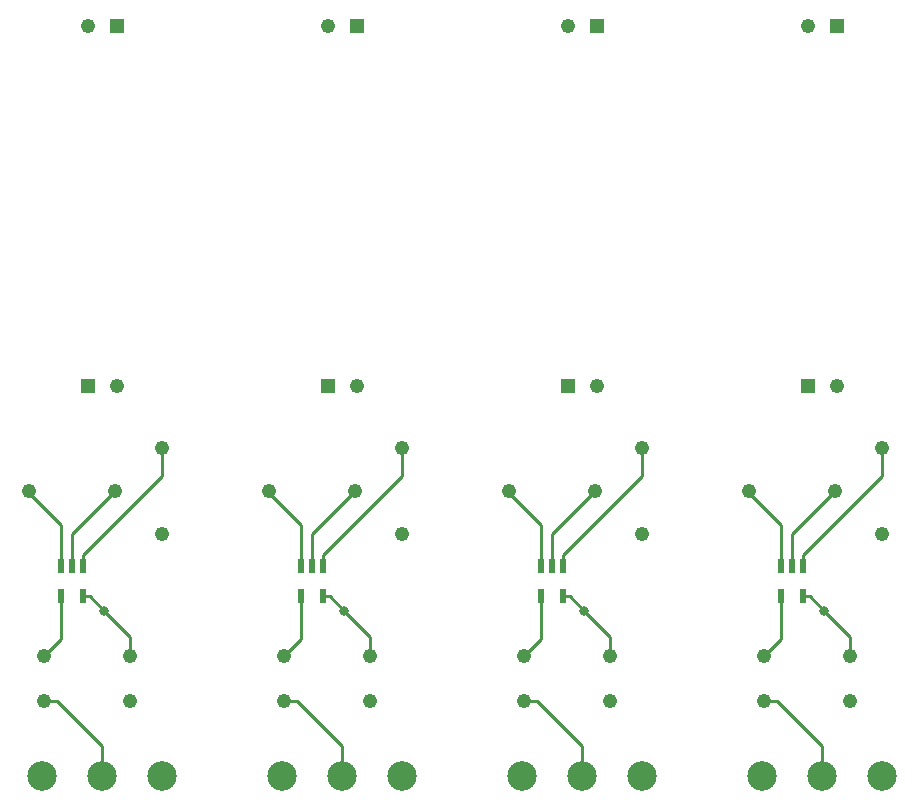
<source format=gbr>
G04 #@! TF.GenerationSoftware,KiCad,Pcbnew,5.1.5-52549c5~86~ubuntu16.04.1*
G04 #@! TF.CreationDate,2020-04-18T11:50:37-06:00*
G04 #@! TF.ProjectId,M_OpDetect,4d5f4f70-4465-4746-9563-742e6b696361,rev?*
G04 #@! TF.SameCoordinates,Original*
G04 #@! TF.FileFunction,Copper,L1,Top*
G04 #@! TF.FilePolarity,Positive*
%FSLAX46Y46*%
G04 Gerber Fmt 4.6, Leading zero omitted, Abs format (unit mm)*
G04 Created by KiCad (PCBNEW 5.1.5-52549c5~86~ubuntu16.04.1) date 2020-04-18 11:50:37*
%MOMM*%
%LPD*%
G04 APERTURE LIST*
%ADD10C,1.238000*%
%ADD11R,1.230000X1.230000*%
%ADD12C,1.230000*%
%ADD13R,0.558800X1.270000*%
%ADD14C,2.499360*%
%ADD15C,0.800000*%
%ADD16C,0.250000*%
G04 APERTURE END LIST*
D10*
X144780000Y-101440000D03*
X144780000Y-94140000D03*
X134780000Y-111760000D03*
X142080000Y-111760000D03*
D11*
X140950000Y-58420000D03*
D12*
X138450000Y-58420000D03*
D10*
X140810000Y-97790000D03*
X133510000Y-97790000D03*
D11*
X138450000Y-88900000D03*
D12*
X140950000Y-88900000D03*
D13*
X138099800Y-104114600D03*
X137160000Y-104114600D03*
X136220200Y-104114600D03*
X136220200Y-106705400D03*
X138099800Y-106705400D03*
D14*
X144780000Y-121920000D03*
X134620000Y-121920000D03*
X139700000Y-121920000D03*
D10*
X142080000Y-115570000D03*
X134780000Y-115570000D03*
X165100000Y-101440000D03*
X165100000Y-94140000D03*
X155100000Y-111760000D03*
X162400000Y-111760000D03*
D11*
X161270000Y-58420000D03*
D12*
X158770000Y-58420000D03*
D10*
X161130000Y-97790000D03*
X153830000Y-97790000D03*
D11*
X158770000Y-88900000D03*
D12*
X161270000Y-88900000D03*
D13*
X158419800Y-104114600D03*
X157480000Y-104114600D03*
X156540200Y-104114600D03*
X156540200Y-106705400D03*
X158419800Y-106705400D03*
D14*
X165100000Y-121920000D03*
X154940000Y-121920000D03*
X160020000Y-121920000D03*
D10*
X162400000Y-115570000D03*
X155100000Y-115570000D03*
X185420000Y-101440000D03*
X185420000Y-94140000D03*
X175420000Y-111760000D03*
X182720000Y-111760000D03*
D11*
X181590000Y-58420000D03*
D12*
X179090000Y-58420000D03*
D10*
X181450000Y-97790000D03*
X174150000Y-97790000D03*
D11*
X179090000Y-88900000D03*
D12*
X181590000Y-88900000D03*
D13*
X178739800Y-104114600D03*
X177800000Y-104114600D03*
X176860200Y-104114600D03*
X176860200Y-106705400D03*
X178739800Y-106705400D03*
D14*
X185420000Y-121920000D03*
X175260000Y-121920000D03*
X180340000Y-121920000D03*
D10*
X182720000Y-115570000D03*
X175420000Y-115570000D03*
X205740000Y-101440000D03*
X205740000Y-94140000D03*
X195740000Y-111760000D03*
X203040000Y-111760000D03*
D11*
X201910000Y-58420000D03*
D12*
X199410000Y-58420000D03*
D10*
X201770000Y-97790000D03*
X194470000Y-97790000D03*
D11*
X199410000Y-88900000D03*
D12*
X201910000Y-88900000D03*
D13*
X199059800Y-104114600D03*
X198120000Y-104114600D03*
X197180200Y-104114600D03*
X197180200Y-106705400D03*
X199059800Y-106705400D03*
D14*
X205740000Y-121920000D03*
X195580000Y-121920000D03*
X200660000Y-121920000D03*
D10*
X203040000Y-115570000D03*
X195740000Y-115570000D03*
D15*
X200833800Y-107950000D03*
X180513800Y-107950000D03*
X160193800Y-107950000D03*
X139873800Y-107950000D03*
D16*
X197180200Y-100660200D02*
X194310000Y-97790000D01*
X197180200Y-104114600D02*
X197180200Y-100660200D01*
X198120000Y-101440000D02*
X201770000Y-97790000D01*
X198120000Y-104114600D02*
X198120000Y-101440000D01*
X199059800Y-103229600D02*
X199059800Y-104114600D01*
X205740000Y-94140000D02*
X205740000Y-96520000D01*
X199059800Y-103200200D02*
X199059800Y-104114600D01*
X205740000Y-96520000D02*
X199059800Y-103200200D01*
X203040000Y-110156200D02*
X200833800Y-107950000D01*
X200833800Y-107950000D02*
X199589200Y-106705400D01*
X199589200Y-106705400D02*
X199059800Y-106705400D01*
X203040000Y-111760000D02*
X203040000Y-110156200D01*
X200660000Y-119380000D02*
X200660000Y-121920000D01*
X196850000Y-115570000D02*
X200660000Y-119380000D01*
X195740000Y-115570000D02*
X196850000Y-115570000D01*
X197180200Y-110319800D02*
X195740000Y-111760000D01*
X197180200Y-106705400D02*
X197180200Y-110319800D01*
X176860200Y-100660200D02*
X173990000Y-97790000D01*
X176860200Y-104114600D02*
X176860200Y-100660200D01*
X177800000Y-101440000D02*
X181450000Y-97790000D01*
X177800000Y-104114600D02*
X177800000Y-101440000D01*
X178739800Y-103229600D02*
X178739800Y-104114600D01*
X185420000Y-94140000D02*
X185420000Y-96520000D01*
X178739800Y-103200200D02*
X178739800Y-104114600D01*
X185420000Y-96520000D02*
X178739800Y-103200200D01*
X182720000Y-110156200D02*
X180513800Y-107950000D01*
X180513800Y-107950000D02*
X179269200Y-106705400D01*
X179269200Y-106705400D02*
X178739800Y-106705400D01*
X182720000Y-111760000D02*
X182720000Y-110156200D01*
X180340000Y-119380000D02*
X180340000Y-121920000D01*
X176530000Y-115570000D02*
X180340000Y-119380000D01*
X175420000Y-115570000D02*
X176530000Y-115570000D01*
X176860200Y-110319800D02*
X175420000Y-111760000D01*
X176860200Y-106705400D02*
X176860200Y-110319800D01*
X156540200Y-100660200D02*
X153670000Y-97790000D01*
X156540200Y-104114600D02*
X156540200Y-100660200D01*
X157480000Y-101440000D02*
X161130000Y-97790000D01*
X157480000Y-104114600D02*
X157480000Y-101440000D01*
X158419800Y-103229600D02*
X158419800Y-104114600D01*
X165100000Y-94140000D02*
X165100000Y-96520000D01*
X158419800Y-103200200D02*
X158419800Y-104114600D01*
X165100000Y-96520000D02*
X158419800Y-103200200D01*
X162400000Y-110156200D02*
X160193800Y-107950000D01*
X160193800Y-107950000D02*
X158949200Y-106705400D01*
X158949200Y-106705400D02*
X158419800Y-106705400D01*
X162400000Y-111760000D02*
X162400000Y-110156200D01*
X160020000Y-119380000D02*
X160020000Y-121920000D01*
X156210000Y-115570000D02*
X160020000Y-119380000D01*
X155100000Y-115570000D02*
X156210000Y-115570000D01*
X156540200Y-110319800D02*
X155100000Y-111760000D01*
X156540200Y-106705400D02*
X156540200Y-110319800D01*
X136220200Y-100660200D02*
X133350000Y-97790000D01*
X136220200Y-104114600D02*
X136220200Y-100660200D01*
X137160000Y-101440000D02*
X140810000Y-97790000D01*
X137160000Y-104114600D02*
X137160000Y-101440000D01*
X138099800Y-103229600D02*
X138099800Y-104114600D01*
X144780000Y-94140000D02*
X144780000Y-96520000D01*
X138099800Y-103200200D02*
X138099800Y-104114600D01*
X144780000Y-96520000D02*
X138099800Y-103200200D01*
X142080000Y-110156200D02*
X139873800Y-107950000D01*
X139873800Y-107950000D02*
X138629200Y-106705400D01*
X138629200Y-106705400D02*
X138099800Y-106705400D01*
X142080000Y-111760000D02*
X142080000Y-110156200D01*
X139700000Y-119380000D02*
X139700000Y-121920000D01*
X135890000Y-115570000D02*
X139700000Y-119380000D01*
X134780000Y-115570000D02*
X135890000Y-115570000D01*
X136220200Y-110319800D02*
X134780000Y-111760000D01*
X136220200Y-106705400D02*
X136220200Y-110319800D01*
M02*

</source>
